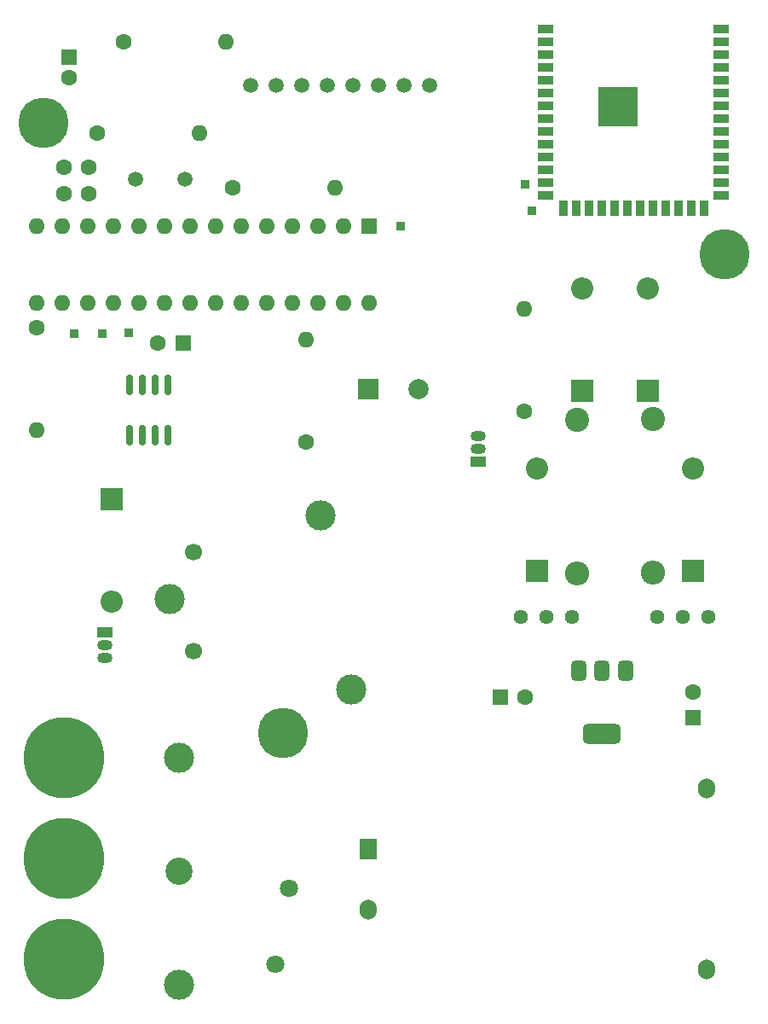
<source format=gbr>
%TF.GenerationSoftware,KiCad,Pcbnew,8.0.5*%
%TF.CreationDate,2024-10-29T06:52:38-03:00*%
%TF.ProjectId,WattSync,57617474-5379-46e6-932e-6b696361645f,rev?*%
%TF.SameCoordinates,Original*%
%TF.FileFunction,Soldermask,Top*%
%TF.FilePolarity,Negative*%
%FSLAX46Y46*%
G04 Gerber Fmt 4.6, Leading zero omitted, Abs format (unit mm)*
G04 Created by KiCad (PCBNEW 8.0.5) date 2024-10-29 06:52:38*
%MOMM*%
%LPD*%
G01*
G04 APERTURE LIST*
G04 Aperture macros list*
%AMRoundRect*
0 Rectangle with rounded corners*
0 $1 Rounding radius*
0 $2 $3 $4 $5 $6 $7 $8 $9 X,Y pos of 4 corners*
0 Add a 4 corners polygon primitive as box body*
4,1,4,$2,$3,$4,$5,$6,$7,$8,$9,$2,$3,0*
0 Add four circle primitives for the rounded corners*
1,1,$1+$1,$2,$3*
1,1,$1+$1,$4,$5*
1,1,$1+$1,$6,$7*
1,1,$1+$1,$8,$9*
0 Add four rect primitives between the rounded corners*
20,1,$1+$1,$2,$3,$4,$5,0*
20,1,$1+$1,$4,$5,$6,$7,0*
20,1,$1+$1,$6,$7,$8,$9,0*
20,1,$1+$1,$8,$9,$2,$3,0*%
G04 Aperture macros list end*
%ADD10C,1.500000*%
%ADD11R,1.600000X1.600000*%
%ADD12C,1.600000*%
%ADD13R,0.850000X0.850000*%
%ADD14R,1.500000X1.050000*%
%ADD15O,1.500000X1.050000*%
%ADD16O,1.600000X1.600000*%
%ADD17R,2.200000X2.200000*%
%ADD18O,2.200000X2.200000*%
%ADD19RoundRect,0.375000X-0.375000X0.625000X-0.375000X-0.625000X0.375000X-0.625000X0.375000X0.625000X0*%
%ADD20RoundRect,0.500000X-1.400000X0.500000X-1.400000X-0.500000X1.400000X-0.500000X1.400000X0.500000X0*%
%ADD21C,2.400000*%
%ADD22O,2.400000X2.400000*%
%ADD23R,1.500000X0.900000*%
%ADD24R,0.900000X1.500000*%
%ADD25C,0.600000*%
%ADD26R,3.900000X3.900000*%
%ADD27C,3.000000*%
%ADD28C,1.700000*%
%ADD29C,1.440000*%
%ADD30R,2.000000X2.000000*%
%ADD31C,2.000000*%
%ADD32C,5.000000*%
%ADD33R,1.700000X2.000000*%
%ADD34O,1.700000X2.000000*%
%ADD35RoundRect,0.150000X0.150000X-0.825000X0.150000X0.825000X-0.150000X0.825000X-0.150000X-0.825000X0*%
%ADD36C,8.000000*%
%ADD37C,1.800000*%
%ADD38C,2.700000*%
G04 APERTURE END LIST*
D10*
%TO.C,Y1*%
X83840000Y-52150000D03*
X78960000Y-52150000D03*
%TD*%
D11*
%TO.C,C5*%
X134300000Y-105560000D03*
D12*
X134300000Y-103060000D03*
%TD*%
D13*
%TO.C,RESET1*%
X105290000Y-56790000D03*
%TD*%
D14*
%TO.C,Q2*%
X75860000Y-97100000D03*
D15*
X75860000Y-98370000D03*
X75860000Y-99640000D03*
%TD*%
D13*
%TO.C,17.1*%
X72860000Y-67510000D03*
%TD*%
D12*
%TO.C,R6*%
X117560000Y-75150000D03*
D16*
X117560000Y-64990000D03*
%TD*%
D17*
%TO.C,D2*%
X134300000Y-91060000D03*
D18*
X134300000Y-80900000D03*
%TD*%
D19*
%TO.C,U4*%
X127600000Y-100910000D03*
X125300000Y-100910000D03*
D20*
X125300000Y-107210000D03*
D19*
X123000000Y-100910000D03*
%TD*%
D17*
%TO.C,D1*%
X118800000Y-91060000D03*
D18*
X118800000Y-80900000D03*
%TD*%
D12*
%TO.C,R5*%
X77720000Y-38560000D03*
D16*
X87880000Y-38560000D03*
%TD*%
D13*
%TO.C,D-1*%
X117650000Y-52680000D03*
%TD*%
D12*
%TO.C,R8*%
X69100000Y-66850000D03*
D16*
X69100000Y-77010000D03*
%TD*%
D21*
%TO.C,R3*%
X130300000Y-75940000D03*
D22*
X130300000Y-91180000D03*
%TD*%
D23*
%TO.C,U1*%
X119650000Y-37240000D03*
X119650000Y-38510000D03*
X119650000Y-39780000D03*
X119650000Y-41050000D03*
X119650000Y-42320000D03*
X119650000Y-43590000D03*
X119650000Y-44860000D03*
X119650000Y-46130000D03*
X119650000Y-47400000D03*
X119650000Y-48670000D03*
X119650000Y-49940000D03*
X119650000Y-51210000D03*
X119650000Y-52480000D03*
X119650000Y-53750000D03*
D24*
X121415000Y-55000000D03*
X122685000Y-55000000D03*
X123955000Y-55000000D03*
X125225000Y-55000000D03*
X126495000Y-55000000D03*
X127765000Y-55000000D03*
X129035000Y-55000000D03*
X130305000Y-55000000D03*
X131575000Y-55000000D03*
X132845000Y-55000000D03*
X134115000Y-55000000D03*
X135385000Y-55000000D03*
D23*
X137150000Y-53750000D03*
X137150000Y-52480000D03*
X137150000Y-51210000D03*
X137150000Y-49940000D03*
X137150000Y-48670000D03*
X137150000Y-47400000D03*
X137150000Y-46130000D03*
X137150000Y-44860000D03*
X137150000Y-43590000D03*
X137150000Y-42320000D03*
X137150000Y-41050000D03*
X137150000Y-39780000D03*
X137150000Y-38510000D03*
X137150000Y-37240000D03*
D25*
X125500000Y-44260000D03*
X125500000Y-45660000D03*
X126200000Y-43560000D03*
X126200000Y-44960000D03*
X126200000Y-46360000D03*
X126900000Y-44260000D03*
D26*
X126900000Y-44960000D03*
D25*
X126900000Y-45660000D03*
X127600000Y-43560000D03*
X127600000Y-44960000D03*
X127600000Y-46360000D03*
X128300000Y-44260000D03*
X128300000Y-45660000D03*
%TD*%
D12*
%TO.C,R1*%
X88590000Y-53000000D03*
D16*
X98750000Y-53000000D03*
%TD*%
D17*
%TO.C,D3*%
X123300000Y-73140000D03*
D18*
X123300000Y-62980000D03*
%TD*%
D27*
%TO.C,K1*%
X82360000Y-93830000D03*
X100390000Y-102760000D03*
X97300000Y-85510000D03*
D28*
X84710000Y-89120000D03*
X84710000Y-98990000D03*
%TD*%
D11*
%TO.C,U3*%
X102130000Y-56800000D03*
D16*
X99590000Y-56800000D03*
X97050000Y-56800000D03*
X94510000Y-56800000D03*
X91970000Y-56800000D03*
X89430000Y-56800000D03*
X86890000Y-56800000D03*
X84350000Y-56800000D03*
X81810000Y-56800000D03*
X79270000Y-56800000D03*
X76730000Y-56800000D03*
X74190000Y-56800000D03*
X71650000Y-56800000D03*
X69110000Y-56800000D03*
X69110000Y-64420000D03*
X71650000Y-64420000D03*
X74190000Y-64420000D03*
X76730000Y-64420000D03*
X79270000Y-64420000D03*
X81810000Y-64420000D03*
X84350000Y-64420000D03*
X86890000Y-64420000D03*
X89430000Y-64420000D03*
X91970000Y-64420000D03*
X94510000Y-64420000D03*
X97050000Y-64420000D03*
X99590000Y-64420000D03*
X102130000Y-64420000D03*
%TD*%
D29*
%TO.C,RV3*%
X117220000Y-95560000D03*
X119760000Y-95560000D03*
X122300000Y-95560000D03*
%TD*%
D11*
%TO.C,C6*%
X72300000Y-40060000D03*
D12*
X72300000Y-42060000D03*
%TD*%
D14*
%TO.C,Q1*%
X112940000Y-80190000D03*
D15*
X112940000Y-78920000D03*
X112940000Y-77650000D03*
%TD*%
D12*
%TO.C,C2*%
X74310000Y-53630000D03*
X71810000Y-53630000D03*
%TD*%
%TO.C,C1*%
X74310000Y-50980000D03*
X71810000Y-50980000D03*
%TD*%
D30*
%TO.C,BZ1*%
X102039216Y-72960000D03*
D31*
X107039216Y-72960000D03*
%TD*%
D12*
%TO.C,R2*%
X75130000Y-47560000D03*
D16*
X85290000Y-47560000D03*
%TD*%
D12*
%TO.C,R7*%
X95900000Y-78240000D03*
D16*
X95900000Y-68080000D03*
%TD*%
D17*
%TO.C,D4*%
X129800000Y-73140000D03*
D18*
X129800000Y-62980000D03*
%TD*%
D32*
%TO.C,*%
X69800000Y-46560000D03*
%TD*%
D11*
%TO.C,C4*%
X115147349Y-103560000D03*
D12*
X117647349Y-103560000D03*
%TD*%
D13*
%TO.C,19.1*%
X78260000Y-67430000D03*
%TD*%
D21*
%TO.C,R4*%
X122800000Y-76060000D03*
D22*
X122800000Y-91300000D03*
%TD*%
D33*
%TO.C,PS1*%
X102042500Y-118602500D03*
D34*
X102042500Y-124602500D03*
X135642500Y-112602500D03*
X135642500Y-130602500D03*
%TD*%
D32*
%TO.C,*%
X137440000Y-59590000D03*
%TD*%
D17*
%TO.C,D5*%
X76610000Y-83910000D03*
D18*
X76610000Y-94070000D03*
%TD*%
D35*
%TO.C,U2*%
X78395000Y-77535000D03*
X79665000Y-77535000D03*
X80935000Y-77535000D03*
X82205000Y-77535000D03*
X82205000Y-72585000D03*
X80935000Y-72585000D03*
X79665000Y-72585000D03*
X78395000Y-72585000D03*
%TD*%
D13*
%TO.C,18.1*%
X75650000Y-67470000D03*
%TD*%
D32*
%TO.C,*%
X93560000Y-107100000D03*
%TD*%
D29*
%TO.C,RV2*%
X130760000Y-95560000D03*
X133300000Y-95560000D03*
X135840000Y-95560000D03*
%TD*%
D36*
%TO.C,J1*%
X71800000Y-129560000D03*
X71800000Y-119560000D03*
X71800000Y-109560000D03*
%TD*%
D11*
%TO.C,C3*%
X83665113Y-68410000D03*
D12*
X81165113Y-68410000D03*
%TD*%
D37*
%TO.C,RV1*%
X92800000Y-130060000D03*
X94200000Y-122560000D03*
%TD*%
D38*
%TO.C,F1*%
X83300000Y-120810000D03*
D27*
X83300000Y-109560000D03*
X83300000Y-132060000D03*
%TD*%
D32*
%TO.C,*%
X137440000Y-59590000D03*
%TD*%
D13*
%TO.C,D+1*%
X118330000Y-55310000D03*
%TD*%
D10*
%TO.C,U5*%
X108160000Y-42850000D03*
X105620000Y-42850000D03*
X103080000Y-42850000D03*
X100540000Y-42850000D03*
X98000000Y-42850000D03*
X95460000Y-42850000D03*
X92920000Y-42850000D03*
X90380000Y-42850000D03*
%TD*%
M02*

</source>
